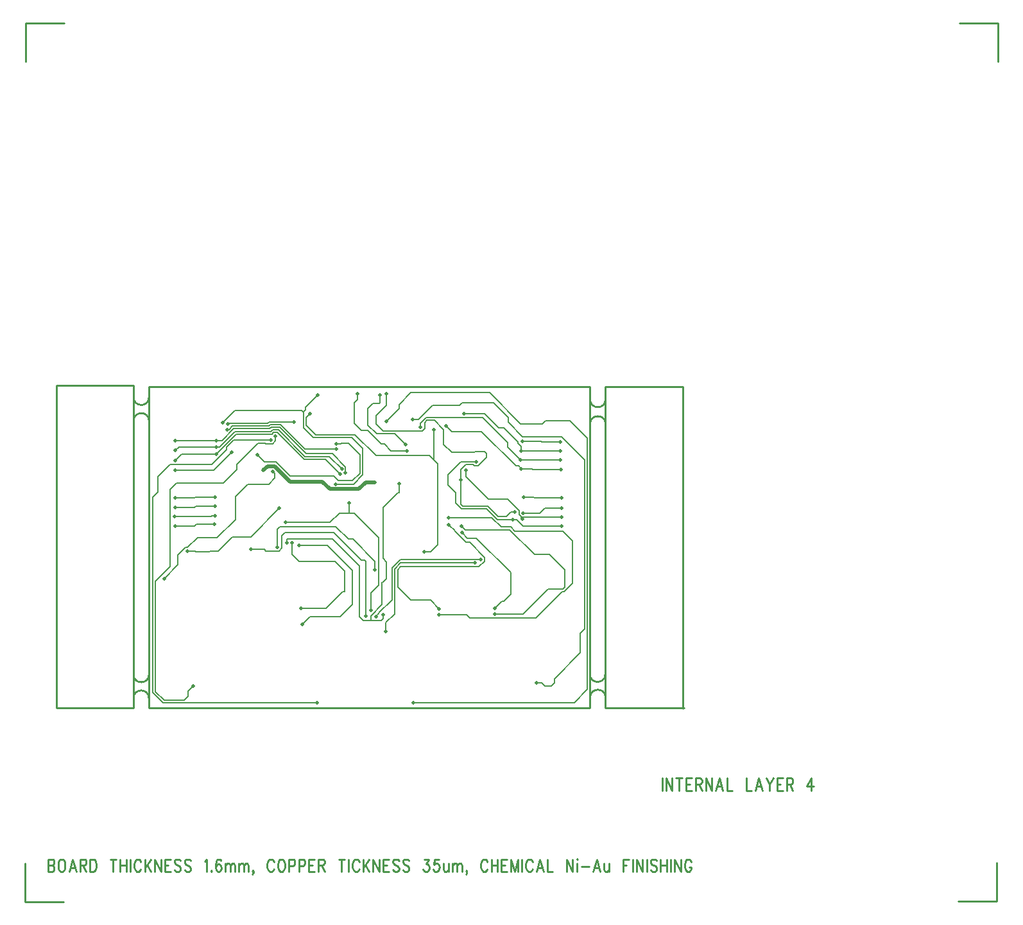
<source format=gbr>
*
*
G04 PADS Layout (Build Number 2007.21.1) generated Gerber (RS-274-X) file*
G04 PC Version=2.1*
*
%IN "2FOC-001.pcb"*%
*
%MOIN*%
*
%FSLAX35Y35*%
*
*
*
*
G04 PC Standard Apertures*
*
*
G04 Thermal Relief Aperture macro.*
%AMTER*
1,1,$1,0,0*
1,0,$1-$2,0,0*
21,0,$3,$4,0,0,45*
21,0,$3,$4,0,0,135*
%
*
*
G04 Annular Aperture macro.*
%AMANN*
1,1,$1,0,0*
1,0,$2,0,0*
%
*
*
G04 Odd Aperture macro.*
%AMODD*
1,1,$1,0,0*
1,0,$1-0.005,0,0*
%
*
*
G04 PC Custom Aperture Macros*
*
*
*
*
*
*
G04 PC Aperture Table*
*
%ADD010C,0.01*%
%ADD070C,0.001*%
%ADD083C,0.00787*%
%ADD087C,0.01969*%
*
*
*
*
G04 PC Circuitry*
G04 Layer Name 2FOC-001.pcb - circuitry*
%LPD*%
*
*
G04 PC Custom Flashes*
G04 Layer Name 2FOC-001.pcb - flashes*
%LPD*%
*
*
G04 PC Circuitry*
G04 Layer Name 2FOC-001.pcb - circuitry*
%LPD*%
*
G54D10*
G01X491500Y420848D02*
Y414285D01*
X493545Y420848D02*
Y414285D01*
Y420848D02*
X496727Y414285D01*
Y420848D02*
Y414285D01*
X500363Y420848D02*
Y414285D01*
X498772Y420848D02*
X501954D01*
X504000D02*
Y414285D01*
Y420848D02*
X506954D01*
X504000Y417723D02*
X505818D01*
X504000Y414285D02*
X506954D01*
X509000Y420848D02*
Y414285D01*
Y420848D02*
X511045D01*
X511727Y420535*
X511954Y420223*
X512181Y419598*
Y418973*
X511954Y418348*
X511727Y418035*
X511045Y417723*
X509000*
X510591D02*
X512181Y414285D01*
X514227Y420848D02*
Y414285D01*
Y420848D02*
X517409Y414285D01*
Y420848D02*
Y414285D01*
X521272Y420848D02*
X519454Y414285D01*
X521272Y420848D02*
X523091Y414285D01*
X520136Y416473D02*
X522409D01*
X525136Y420848D02*
Y414285D01*
X527863*
X535136Y420848D02*
Y414285D01*
X537863*
X541727Y420848D02*
X539909Y414285D01*
X541727Y420848D02*
X543545Y414285D01*
X540591Y416473D02*
X542863D01*
X545591Y420848D02*
X547409Y417723D01*
Y414285*
X549227Y420848D02*
X547409Y417723D01*
X551272Y420848D02*
Y414285D01*
Y420848D02*
X554227D01*
X551272Y417723D02*
X553091D01*
X551272Y414285D02*
X554227D01*
X556272Y420848D02*
Y414285D01*
Y420848D02*
X558318D01*
X559000Y420535*
X559227Y420223*
X559454Y419598*
Y418973*
X559227Y418348*
X559000Y418035*
X558318Y417723*
X556272*
X557863D02*
X559454Y414285D01*
X569000Y420848D02*
X566727Y416473D01*
X570136*
X569000Y420848D02*
Y414285D01*
X172602Y378722D02*
Y372159D01*
Y378722D02*
X174647D01*
X175329Y378409*
X175557Y378097*
X175784Y377472*
Y376847*
X175557Y376222*
X175329Y375909*
X174647Y375597*
X172602D02*
X174647D01*
X175329Y375284*
X175557Y374972*
X175784Y374347*
Y373409*
X175557Y372784*
X175329Y372472*
X174647Y372159*
X172602*
X179193Y378722D02*
X178738Y378409D01*
X178284Y377784*
X178057Y377159*
X177829Y376222*
Y374659*
X178057Y373722*
X178284Y373097*
X178738Y372472*
X179193Y372159*
X180102*
X180557Y372472*
X181011Y373097*
X181238Y373722*
X181466Y374659*
Y376222*
X181238Y377159*
X181011Y377784*
X180557Y378409*
X180102Y378722*
X179193*
X185329D02*
X183511Y372159D01*
X185329Y378722D02*
X187147Y372159D01*
X184193Y374347D02*
X186466D01*
X189193Y378722D02*
Y372159D01*
Y378722D02*
X191238D01*
X191920Y378409*
X192147Y378097*
X192375Y377472*
Y376847*
X192147Y376222*
X191920Y375909*
X191238Y375597*
X189193*
X190784D02*
X192375Y372159D01*
X194420Y378722D02*
Y372159D01*
Y378722D02*
X196011D01*
X196693Y378409*
X197147Y377784*
X197375Y377159*
X197602Y376222*
Y374659*
X197375Y373722*
X197147Y373097*
X196693Y372472*
X196011Y372159*
X194420*
X206466Y378722D02*
Y372159D01*
X204875Y378722D02*
X208057D01*
X210102D02*
Y372159D01*
X213284Y378722D02*
Y372159D01*
X210102Y375597D02*
X213284D01*
X215329Y378722D02*
Y372159D01*
X220784Y377159D02*
X220557Y377784D01*
X220102Y378409*
X219647Y378722*
X218738*
X218284Y378409*
X217829Y377784*
X217602Y377159*
X217375Y376222*
Y374659*
X217602Y373722*
X217829Y373097*
X218284Y372472*
X218738Y372159*
X219647*
X220102Y372472*
X220557Y373097*
X220784Y373722*
X222829Y378722D02*
Y372159D01*
X226011Y378722D02*
X222829Y374347D01*
X223966Y375909D02*
X226011Y372159D01*
X228057Y378722D02*
Y372159D01*
Y378722D02*
X231238Y372159D01*
Y378722D02*
Y372159D01*
X233284Y378722D02*
Y372159D01*
Y378722D02*
X236238D01*
X233284Y375597D02*
X235102D01*
X233284Y372159D02*
X236238D01*
X241466Y377784D02*
X241011Y378409D01*
X240329Y378722*
X239420*
X238738Y378409*
X238284Y377784*
Y377159*
X238511Y376534*
X238738Y376222*
X239193Y375909*
X240557Y375284*
X241011Y374972*
X241238Y374659*
X241466Y374034*
Y373097*
X241011Y372472*
X240329Y372159*
X239420*
X238738Y372472*
X238284Y373097*
X246693Y377784D02*
X246238Y378409D01*
X245557Y378722*
X244647*
X243966Y378409*
X243511Y377784*
Y377159*
X243738Y376534*
X243966Y376222*
X244420Y375909*
X245784Y375284*
X246238Y374972*
X246466Y374659*
X246693Y374034*
Y373097*
X246238Y372472*
X245557Y372159*
X244647*
X243966Y372472*
X243511Y373097*
X253966Y377472D02*
X254420Y377784D01*
X255102Y378722*
Y372159*
X257375Y372784D02*
X257147Y372472D01*
X257375Y372159*
X257602Y372472*
X257375Y372784*
X262375Y377784D02*
X262147Y378409D01*
X261466Y378722*
X261011*
X260329Y378409*
X259875Y377472*
X259647Y375909*
Y374347*
X259875Y373097*
X260329Y372472*
X261011Y372159*
X261238*
X261920Y372472*
X262375Y373097*
X262602Y374034*
Y374347*
X262375Y375284*
X261920Y375909*
X261238Y376222*
X261011*
X260329Y375909*
X259875Y375284*
X259647Y374347*
X264647Y376534D02*
Y372159D01*
Y375284D02*
X265329Y376222D01*
X265784Y376534*
X266466*
X266920Y376222*
X267147Y375284*
Y372159*
Y375284D02*
X267829Y376222D01*
X268284Y376534*
X268966*
X269420Y376222*
X269647Y375284*
Y372159*
X271693Y376534D02*
Y372159D01*
Y375284D02*
X272375Y376222D01*
X272829Y376534*
X273511*
X273966Y376222*
X274193Y375284*
Y372159*
Y375284D02*
X274875Y376222D01*
X275329Y376534*
X276011*
X276466Y376222*
X276693Y375284*
Y372159*
X279193Y372472D02*
X278966Y372159D01*
X278738Y372472*
X278966Y372784*
X279193Y372472*
Y371847*
X278966Y371222*
X278738Y370909*
X289875Y377159D02*
X289647Y377784D01*
X289193Y378409*
X288738Y378722*
X287829*
X287375Y378409*
X286920Y377784*
X286693Y377159*
X286466Y376222*
Y374659*
X286693Y373722*
X286920Y373097*
X287375Y372472*
X287829Y372159*
X288738*
X289193Y372472*
X289647Y373097*
X289875Y373722*
X293284Y378722D02*
X292829Y378409D01*
X292375Y377784*
X292147Y377159*
X291920Y376222*
Y374659*
X292147Y373722*
X292375Y373097*
X292829Y372472*
X293284Y372159*
X294193*
X294647Y372472*
X295102Y373097*
X295329Y373722*
X295557Y374659*
Y376222*
X295329Y377159*
X295102Y377784*
X294647Y378409*
X294193Y378722*
X293284*
X297602D02*
Y372159D01*
Y378722D02*
X299647D01*
X300329Y378409*
X300557Y378097*
X300784Y377472*
Y376534*
X300557Y375909*
X300329Y375597*
X299647Y375284*
X297602*
X302829Y378722D02*
Y372159D01*
Y378722D02*
X304875D01*
X305557Y378409*
X305784Y378097*
X306011Y377472*
Y376534*
X305784Y375909*
X305557Y375597*
X304875Y375284*
X302829*
X308057Y378722D02*
Y372159D01*
Y378722D02*
X311011D01*
X308057Y375597D02*
X309875D01*
X308057Y372159D02*
X311011D01*
X313057Y378722D02*
Y372159D01*
Y378722D02*
X315102D01*
X315784Y378409*
X316011Y378097*
X316238Y377472*
Y376847*
X316011Y376222*
X315784Y375909*
X315102Y375597*
X313057*
X314647D02*
X316238Y372159D01*
X325102Y378722D02*
Y372159D01*
X323511Y378722D02*
X326693D01*
X328738D02*
Y372159D01*
X334193Y377159D02*
X333966Y377784D01*
X333511Y378409*
X333057Y378722*
X332147*
X331693Y378409*
X331238Y377784*
X331011Y377159*
X330784Y376222*
Y374659*
X331011Y373722*
X331238Y373097*
X331693Y372472*
X332147Y372159*
X333057*
X333511Y372472*
X333966Y373097*
X334193Y373722*
X336238Y378722D02*
Y372159D01*
X339420Y378722D02*
X336238Y374347D01*
X337375Y375909D02*
X339420Y372159D01*
X341466Y378722D02*
Y372159D01*
Y378722D02*
X344647Y372159D01*
Y378722D02*
Y372159D01*
X346693Y378722D02*
Y372159D01*
Y378722D02*
X349647D01*
X346693Y375597D02*
X348511D01*
X346693Y372159D02*
X349647D01*
X354875Y377784D02*
X354420Y378409D01*
X353738Y378722*
X352829*
X352147Y378409*
X351693Y377784*
Y377159*
X351920Y376534*
X352147Y376222*
X352602Y375909*
X353966Y375284*
X354420Y374972*
X354647Y374659*
X354875Y374034*
Y373097*
X354420Y372472*
X353738Y372159*
X352829*
X352147Y372472*
X351693Y373097*
X360102Y377784D02*
X359647Y378409D01*
X358966Y378722*
X358057*
X357375Y378409*
X356920Y377784*
Y377159*
X357147Y376534*
X357375Y376222*
X357829Y375909*
X359193Y375284*
X359647Y374972*
X359875Y374659*
X360102Y374034*
Y373097*
X359647Y372472*
X358966Y372159*
X358057*
X357375Y372472*
X356920Y373097*
X367829Y378722D02*
X370329D01*
X368966Y376222*
X369647*
X370102Y375909*
X370329Y375597*
X370557Y374659*
Y374034*
X370329Y373097*
X369875Y372472*
X369193Y372159*
X368511*
X367829Y372472*
X367602Y372784*
X367375Y373409*
X375557Y378722D02*
X373284D01*
X373057Y375909*
X373284Y376222*
X373966Y376534*
X374647*
X375329Y376222*
X375784Y375597*
X376011Y374659*
X375784Y374034*
X375557Y373097*
X375102Y372472*
X374420Y372159*
X373738*
X373057Y372472*
X372829Y372784*
X372602Y373409*
X378057Y376534D02*
Y373409D01*
X378284Y372472*
X378738Y372159*
X379420*
X379875Y372472*
X380557Y373409*
Y376534D02*
Y372159D01*
X382602Y376534D02*
Y372159D01*
Y375284D02*
X383284Y376222D01*
X383738Y376534*
X384420*
X384875Y376222*
X385102Y375284*
Y372159*
Y375284D02*
X385784Y376222D01*
X386238Y376534*
X386920*
X387375Y376222*
X387602Y375284*
Y372159*
X390102Y372472D02*
X389875Y372159D01*
X389647Y372472*
X389875Y372784*
X390102Y372472*
Y371847*
X389875Y371222*
X389647Y370909*
X400784Y377159D02*
X400557Y377784D01*
X400102Y378409*
X399647Y378722*
X398738*
X398284Y378409*
X397829Y377784*
X397602Y377159*
X397375Y376222*
Y374659*
X397602Y373722*
X397829Y373097*
X398284Y372472*
X398738Y372159*
X399647*
X400102Y372472*
X400557Y373097*
X400784Y373722*
X402829Y378722D02*
Y372159D01*
X406011Y378722D02*
Y372159D01*
X402829Y375597D02*
X406011D01*
X408057Y378722D02*
Y372159D01*
Y378722D02*
X411011D01*
X408057Y375597D02*
X409875D01*
X408057Y372159D02*
X411011D01*
X413057Y378722D02*
Y372159D01*
Y378722D02*
X414875Y372159D01*
X416693Y378722D02*
X414875Y372159D01*
X416693Y378722D02*
Y372159D01*
X418738Y378722D02*
Y372159D01*
X424193Y377159D02*
X423966Y377784D01*
X423511Y378409*
X423057Y378722*
X422147*
X421693Y378409*
X421238Y377784*
X421011Y377159*
X420784Y376222*
Y374659*
X421011Y373722*
X421238Y373097*
X421693Y372472*
X422147Y372159*
X423057*
X423511Y372472*
X423966Y373097*
X424193Y373722*
X428057Y378722D02*
X426238Y372159D01*
X428057Y378722D02*
X429875Y372159D01*
X426920Y374347D02*
X429193D01*
X431920Y378722D02*
Y372159D01*
X434647*
X441920Y378722D02*
Y372159D01*
Y378722D02*
X445102Y372159D01*
Y378722D02*
Y372159D01*
X447147Y378722D02*
X447375Y378409D01*
X447602Y378722*
X447375Y379034*
X447147Y378722*
X447375Y376534D02*
Y372159D01*
X449647Y374972D02*
X453738D01*
X457602Y378722D02*
X455784Y372159D01*
X457602Y378722D02*
X459420Y372159D01*
X456466Y374347D02*
X458738D01*
X461466Y376534D02*
Y373409D01*
X461693Y372472*
X462147Y372159*
X462829*
X463284Y372472*
X463966Y373409*
Y376534D02*
Y372159D01*
X471238Y378722D02*
Y372159D01*
Y378722D02*
X474193D01*
X471238Y375597D02*
X473057D01*
X476238Y378722D02*
Y372159D01*
X478284Y378722D02*
Y372159D01*
Y378722D02*
X481466Y372159D01*
Y378722D02*
Y372159D01*
X483511Y378722D02*
Y372159D01*
X488738Y377784D02*
X488284Y378409D01*
X487602Y378722*
X486693*
X486011Y378409*
X485557Y377784*
Y377159*
X485784Y376534*
X486011Y376222*
X486466Y375909*
X487829Y375284*
X488284Y374972*
X488511Y374659*
X488738Y374034*
Y373097*
X488284Y372472*
X487602Y372159*
X486693*
X486011Y372472*
X485557Y373097*
X490784Y378722D02*
Y372159D01*
X493966Y378722D02*
Y372159D01*
X490784Y375597D02*
X493966D01*
X496011Y378722D02*
Y372159D01*
X498057Y378722D02*
Y372159D01*
Y378722D02*
X501238Y372159D01*
Y378722D02*
Y372159D01*
X506693Y377159D02*
X506466Y377784D01*
X506011Y378409*
X505557Y378722*
X504647*
X504193Y378409*
X503738Y377784*
X503511Y377159*
X503284Y376222*
Y374659*
X503511Y373722*
X503738Y373097*
X504193Y372472*
X504647Y372159*
X505557*
X506011Y372472*
X506466Y373097*
X506693Y373722*
Y374659*
X505557D02*
X506693D01*
X224988Y457218D02*
X454098D01*
Y623931*
X224988*
Y457218*
X180870Y812710D02*
X160870D01*
Y792710*
X160791Y376490D02*
Y356490D01*
X180791*
X645437Y356805D02*
X665437D01*
Y376805*
X665909Y792631D02*
Y812631D01*
X645909*
X216893Y624718D02*
Y457198D01*
X176933*
Y624521*
X216696*
X454107Y617296D02*
G75*
G03X462107I4000J0D01*
G01X462141Y604588D02*
G03X454141I-4000J-0D01*
G01X217014Y618422D02*
G03X225014I4000J0D01*
G01X225027Y606151D02*
G03X217027I-4000J0D01*
G01X217014Y474524D02*
G03X225014I4000J0D01*
G01X224962Y462256D02*
G03X216962I-4000J-0D01*
G01X454022Y474721D02*
G03X462022I4000J0D01*
G01X502917Y457198D02*
X462078D01*
Y623931*
X502326*
Y456805*
X462155Y462660D02*
G03X454155I-4000J-0D01*
G54D70*
G54D83*
G01X362366Y459954D02*
X445830D01*
X452720Y466844*
X426145Y470191D02*
X429098D01*
X430476Y468616*
X434019*
X435594Y470191*
Y472356*
X448980Y485742*
Y495978*
X451145Y498143*
X347996Y496962D02*
Y501490D01*
X352523Y506017*
Y529246*
X355673Y532395*
X394452*
X226933Y513104D02*
Y566450D01*
X229590Y569108*
Y577080*
X235988Y583478*
X257543*
X265319Y591254*
Y592435*
X269059Y596175*
X288153*
X226933Y513104D02*
Y465072D01*
X232248Y459757*
X312366*
X228311Y508895D02*
Y522946D01*
X235988Y530624*
Y570584*
X239334Y573931*
X263547*
X270633Y581017*
Y583576*
X281657Y594600*
X285200*
X285594Y594206*
X289137*
X290712Y595781*
Y598143*
X228311Y508895D02*
Y465663D01*
X232838Y461135*
X243468*
X245437Y463104*
Y465860*
X247996Y468419*
X304492Y500506D02*
X308626Y504639D01*
X324374*
X330476Y510742*
Y526687*
X303901Y508773D02*
X317090D01*
X325752Y517435*
X326539*
Y528261*
X340319Y502671D02*
Y505033D01*
X346027Y510742*
Y522159*
X346421Y522553*
X346618*
X348389Y524324*
Y530820*
X340319Y502671D02*
X345633D01*
X346618Y503655*
Y505624*
X342878Y504639D02*
X344452Y506214D01*
Y506411*
X351145Y513104*
Y529836*
X355673Y534364*
X397405*
X340319Y507986D02*
Y516844D01*
X344256Y520781*
Y537907*
X344452Y538104*
X375752Y505427D02*
X389925D01*
X391500Y503852*
X425948*
X439728Y517631*
X440712*
X444846Y521765*
Y543025*
X404689Y505820D02*
X419256D01*
X432444Y519009*
X440122*
X440909Y519797*
Y524395*
X404689Y508970D02*
X408232Y512513D01*
X409413*
X412956Y516057*
Y526687*
X232838Y524324D02*
X240122Y531608D01*
Y536529*
X244059Y540466*
X245043*
X250161Y545584*
X260397*
X269846Y555033*
Y567041*
X276145Y573340*
X287169*
X290319Y576490*
X346618Y536923D02*
Y534757D01*
X348389Y532986*
Y530820*
X346618Y536923D02*
Y561332D01*
X354295Y569009*
X354885*
Y573537*
X354295Y524395D02*
Y529049D01*
X355673Y530427*
X396421*
X399374Y533380*
Y534364*
X354295Y524395D02*
Y519797D01*
X360988Y513104*
X371224*
X375752Y508576*
X367878Y538104D02*
X371224D01*
X374964Y541844*
Y546569*
X245043Y538498D02*
X249177D01*
X249374Y538301*
X256460*
X256657Y538498*
X260988*
X268468Y545978*
X277917*
X292681Y560742*
X238547Y551490D02*
X248586D01*
X249570Y552474*
X259019*
X238350Y556608D02*
X257248D01*
X257444Y556805*
X259216*
X277917Y539482D02*
X284807D01*
X285594Y538694*
X292484*
X294059Y540269*
Y546569*
X295633Y548143*
X321027*
X335397Y533773*
X336972*
X337563Y533183*
Y504836*
X291500Y540663D02*
Y549915D01*
X292878Y551293*
X322011*
X328507Y544797*
X330870*
X342287Y533380*
Y528852*
X302917Y541647D02*
X317484D01*
X330476Y528655*
Y526687*
X299177Y542828D02*
Y536923D01*
X302917Y533183*
X321618*
X326539Y528261*
X296027Y553458D02*
X319059D01*
X323980Y558380*
X328901*
X296618Y543025D02*
Y544994D01*
X296618*
X320240*
X334413Y530820*
Y504639*
X336381Y502671*
X340319*
X328901Y558380D02*
X331657D01*
X344452Y545584*
Y538104*
X328901Y558380D02*
Y558576D01*
X329098Y558773*
Y563498*
X380673Y552277D02*
X383822Y549128D01*
Y548931*
X389531Y543222*
X391500*
X399374Y535348*
Y534364*
X387366Y551687D02*
X389334Y549718D01*
X412366*
X425161Y536923*
X433035*
X440909Y529049*
Y524395*
X380673Y555820D02*
X403114D01*
X407838Y551096*
X412956*
X415122Y548931*
X439925*
X444846Y544009*
Y543025*
X387563Y548143D02*
X390319Y545387D01*
X395043*
X412956Y527474*
Y526687*
X418665Y556214D02*
X418370Y555919D01*
X419059Y555230*
X418665Y556214D02*
X439137D01*
X419452Y558380D02*
X427917D01*
X430476Y560939*
X439137*
X413941Y554836D02*
X415909D01*
X419256Y551490*
X439137*
X238547Y566254D02*
X248783D01*
X249177Y566647*
X259216*
X238547Y561332D02*
X248586D01*
X249177Y561923*
X259216*
X321815Y573340D02*
X331263D01*
X336086Y578163*
Y590565*
X380279Y572946D02*
Y578261D01*
X386972Y584954*
X395043*
X380279Y572946D02*
X384216Y569009D01*
Y563694*
X387366Y560545*
X400358*
X406067Y554836*
X413941*
X386972Y575506D02*
Y562907D01*
X387956Y561923*
X400948*
X406460Y556411*
X410594*
X412956Y558773*
X415122*
X386972Y575506D02*
Y580820D01*
X389728Y583576*
X393468*
X394059Y582986*
X396027*
X400161Y587120*
Y588301*
X419649Y566647D02*
X424570D01*
X425161Y566057*
X439137*
X238744Y580624D02*
X258626D01*
X267878Y589876*
X238744Y585545D02*
X242090Y588891D01*
X259807*
X238744Y590860D02*
X240515Y592631D01*
X260004*
X238744Y595978D02*
X259807D01*
Y588891D02*
X270240Y599324D01*
X288941*
X289728Y600112*
X291696*
X305476Y586332*
X316500*
X324177Y578655*
X260004Y592631D02*
X261578D01*
X269649Y600702*
X288350*
X289137Y601490*
X292287*
X306067Y587710*
X318665*
X325161Y581214*
X259807Y595978D02*
X262956D01*
X269059Y602080*
X287759*
X288547Y602868*
X292878*
X306657Y589088*
X320240*
X327130Y582198*
Y581214*
X281460Y588498D02*
X285004Y584954D01*
X290909*
X298389Y577474*
X320830*
X323193Y575112*
X330673*
X334610Y579049*
X289137Y580033D02*
X290319Y578852D01*
Y576490*
X326933Y579246D02*
X327130Y579443D01*
Y581214*
X322405Y594206D02*
X324570D01*
X324767Y594403*
X328704*
X334610Y588498*
Y579049*
X372996Y585742D02*
X374964Y583773D01*
Y546569*
X372996Y585742D02*
Y601687D01*
X389531Y580427D02*
Y577080D01*
X401145Y565466*
X411381*
X417287Y559561*
Y557592*
X418665Y556214*
X418468Y581214D02*
X423980D01*
X424177Y581017*
X438941*
X418271Y590663D02*
X423980D01*
X424177Y590466*
X438744*
X418074Y585939D02*
X423980D01*
X424177Y585742*
X438744*
X418862Y595584D02*
X428704D01*
X428901Y595387*
X438744*
X265909Y604443D02*
X266303Y604836D01*
X286578*
X287366Y605624*
X300161*
X263350Y605230D02*
X269649Y611529D01*
X304295*
X305279Y610545*
X265712Y601687D02*
X266696D01*
X268468Y603458*
X287169*
X287956Y604246*
X293468*
X306067Y591647*
X322405*
X305279Y610545D02*
Y610742D01*
X306460Y611923*
Y613301*
X312563Y619403*
X305279Y610545D02*
Y602474D01*
X310200Y597553*
X330279*
X336086Y591746*
Y590565*
X306657Y604049D02*
Y607986D01*
X308626Y609954*
X306657Y604049D02*
X311775Y598931D01*
X332051*
X342878Y588104*
X370633*
X372996Y585742*
X331657Y615663D02*
Y605033D01*
X335397Y601293*
X338547*
X345732Y594108*
X347307*
X350752Y590663*
X358822*
X331657Y615663D02*
X333232Y617238D01*
Y620191*
X338744Y612513D02*
Y604049D01*
X343271Y599521*
X352523*
X358232Y593813*
X338744Y612513D02*
X341354Y615124D01*
X344550*
X344846Y615420*
Y619600*
X342878Y605624D02*
Y608970D01*
X348193Y614285*
Y620191*
X342878Y605624D02*
Y604639D01*
X346618Y600899*
X367090*
X368271Y602080*
Y605230*
X369452Y606411*
X373389*
X378114Y601687*
Y594009*
X382248Y589876*
X393862*
X394256Y590269*
X399177*
X400161Y589285*
Y588301*
X366106Y602868D02*
Y605033D01*
X368862Y607789*
X398389*
X411381Y594797*
Y592631*
X418074Y585939*
X361972Y606805D02*
X364925D01*
X372405Y614285*
X386381*
X387563Y615466*
X404098*
X411578Y607986*
Y605427*
X419059Y597946*
X439137*
X451145Y585939*
Y498143*
X348389Y606017D02*
X354885Y612513D01*
Y614679*
X360988Y620781*
X401933*
X418074Y604639*
X429295*
X430870Y606214*
X443665*
X452720Y597159*
Y466844*
X379295Y603655D02*
X382248Y600702D01*
X397602*
X415515Y582789*
X416893*
X418468Y581214*
X388744Y609757D02*
X399374D01*
X406657Y602474*
X409216*
X416500Y595191*
Y594600*
X418271Y592828*
Y590663*
G54D87*
X284413Y580427D02*
X286578Y582592D01*
X290319*
X298193Y574718*
X315122*
X319059Y570781*
X334019*
X337563Y574324*
X342287*
X247996Y468419D03*
X312366Y459757D03*
X362366Y459954D03*
X426145Y470191D03*
X347996Y496962D03*
X304492Y500506D03*
X303901Y508773D03*
X337563Y504836D03*
X342878Y504639D03*
X340319Y507986D03*
X346618Y505624D03*
X375752Y508576D03*
Y505427D03*
X404689Y505820D03*
Y508970D03*
X232838Y524324D03*
X342287Y528852D03*
X367878Y538104D03*
X394452Y532395D03*
X397405Y534364D03*
X245043Y538498D03*
X238547Y551490D03*
X238350Y556608D03*
X259019Y552474D03*
X259216Y556805D03*
X277917Y539482D03*
X291500Y540663D03*
X302917Y541647D03*
X299177Y542828D03*
X296027Y553458D03*
X296618Y543025D03*
X380673Y552277D03*
X387366Y551687D03*
X380673Y555820D03*
X387563Y548143D03*
X419452Y558380D03*
X419059Y555230D03*
X413941Y554836D03*
X439137Y556214D03*
Y551490D03*
X238547Y566254D03*
Y561332D03*
X259216Y566647D03*
Y561923D03*
X292681Y560742D03*
X321815Y573340D03*
X342287Y574324D03*
X329098Y563498D03*
X354885Y573537D03*
X386972Y575506D03*
X419649Y566647D03*
X415122Y558773D03*
X439137Y560939D03*
Y566057D03*
X238744Y580624D03*
Y585545D03*
Y590860D03*
Y595978D03*
X259807Y588891D03*
X260004Y592631D03*
X259807Y595978D03*
X267878Y589876D03*
X281460Y588498D03*
X284413Y580427D03*
X289137Y580033D03*
X288153Y596175D03*
X290712Y598143D03*
X325161Y581214D03*
X324177Y578655D03*
X326933Y579246D03*
X322405Y591647D03*
Y594206D03*
X358232Y593813D03*
X358822Y590663D03*
X389531Y580427D03*
X395043Y584954D03*
X418468Y581214D03*
X418271Y590663D03*
X418074Y585939D03*
X418862Y595584D03*
X438941Y581017D03*
X438744Y590466D03*
Y585742D03*
Y595387D03*
X265909Y604443D03*
X263350Y605230D03*
X265712Y601687D03*
X300161Y605624D03*
X308626Y609954D03*
X366106Y602868D03*
X361972Y606805D03*
X348389Y606017D03*
X379295Y603655D03*
X372996Y601687D03*
X388744Y609757D03*
X312563Y619403D03*
X344846Y619600D03*
X333232Y620191D03*
X348193D03*
G74*
X0Y0D02*
M02*

</source>
